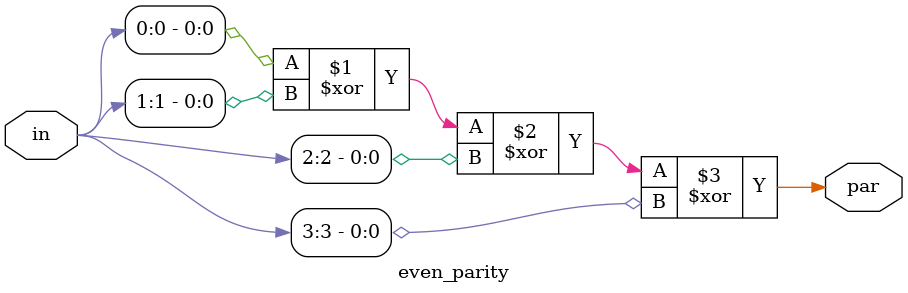
<source format=v>

module even_parity(par,in);

input [3:0] in;

output par ;

assign par = in[0] ^ in[1] ^ in[2] ^ in[3] ;

endmodule
</source>
